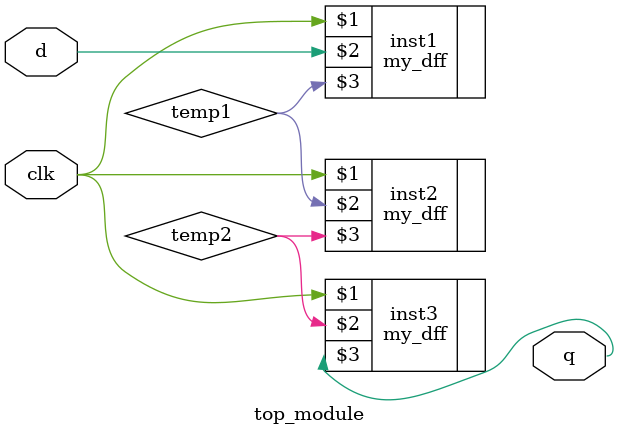
<source format=v>
module top_module ( input clk, input d, output q );
    wire temp1,temp2;
    my_dff inst1(clk,d,temp1);
    my_dff inst2(clk,temp1,temp2);
    my_dff inst3(clk,temp2,q);
endmodule

</source>
